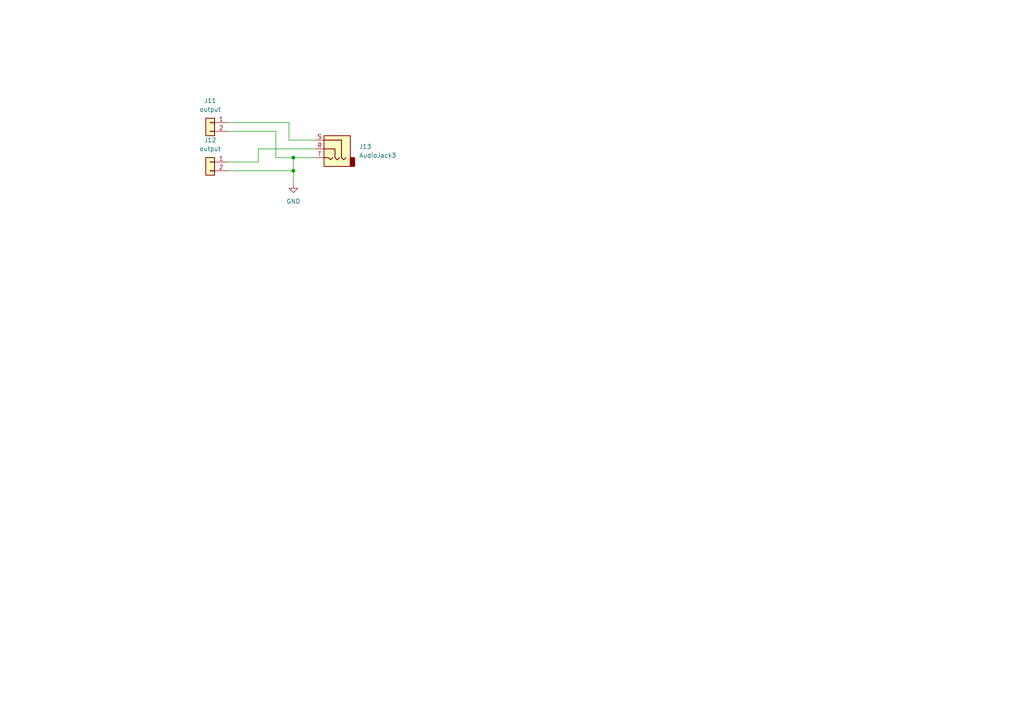
<source format=kicad_sch>
(kicad_sch (version 20211123) (generator eeschema)
  (paper "A4")
  (lib_symbols
    (symbol "Connector:AudioJack3"
      (property "Reference" "J" (at 0 8.89 0))
      (property "Value" "AudioJack3" (at 0 6.35 0))
      (symbol "AudioJack3_0_1"
        (rectangle (start -5.08 -5.08) (end -6.35 -2.54) (stroke (width 0.254)) (fill (type outline)))
        (polyline (pts (xy 0 -2.54) (xy 0.635 -3.175) (xy 1.27 -2.54) (xy 2.54 -2.54)) (stroke (width 0.254)))
        (polyline (pts (xy -1.905 -2.54) (xy -1.27 -3.175) (xy -0.635 -2.54) (xy -0.635 0) (xy 2.54 0)) (stroke (width 0.254)))
        (polyline (pts (xy 2.54 2.54) (xy -2.54 2.54) (xy -2.54 -2.54) (xy -3.175 -3.175) (xy -3.81 -2.54)) (stroke (width 0.254)))
        (rectangle (start 2.54 3.81) (end -5.08 -5.08) (stroke (width 0.254)) (fill (type background)))
      )
      (symbol "AudioJack3_1_1"
        (pin passive line (at 5.08 0 180) (length 2.54) (name "~") (number "R"))
        (pin passive line (at 5.08 2.54 180) (length 2.54) (name "~") (number "S"))
        (pin passive line (at 5.08 -2.54 180) (length 2.54) (name "~") (number "T"))
      )
    )
    (symbol "Connector_Generic:Conn_01x02" (pin_names (offset 1.016) hide)
      (property "Reference" "J" (at 0 2.54 0))
      (property "Value" "Conn_01x02" (at 0 -5.08 0))
      (symbol "Conn_01x02_1_1"
        (rectangle (start -1.27 -2.413) (end 0 -2.667) (stroke (width 0.1524)))
        (rectangle (start -1.27 0.127) (end 0 -0.127) (stroke (width 0.1524)))
        (rectangle (start -1.27 1.27) (end 1.27 -3.81) (stroke (width 0.254)) (fill (type background)))
        (pin passive line (at -5.08 0 0) (length 3.81) (name "Pin_1") (number "1"))
        (pin passive line (at -5.08 -2.54 0) (length 3.81) (name "Pin_2") (number "2"))
      )
    )
    (symbol "power:GND" (power) (pin_names (offset 0))
      (property "Value" "GND" (at 0 -3.81 0))
      (symbol "GND_0_1"
        (polyline (pts (xy 0 0) (xy 0 -1.27) (xy 1.27 -1.27) (xy 0 -2.54) (xy -1.27 -1.27) (xy 0 -1.27)))
      )
      (symbol "GND_1_1"
        (pin power_in line (at 0 0 270) (length 0) hide (name "GND") (number "1"))
      )
    )
  )
  (junction (at 85.09 49.53))
  (junction (at 85.09 45.72))
  (wire (pts (xy 74.93 43.18) (xy 91.44 43.18)))
  (wire (pts (xy 80.01 38.1) (xy 80.01 45.72)))
  (wire (pts (xy 74.93 46.99) (xy 74.93 43.18)))
  (wire (pts (xy 80.01 45.72) (xy 85.09 45.72)))
  (wire (pts (xy 91.44 45.72) (xy 85.09 45.72)))
  (wire (pts (xy 66.04 46.99) (xy 74.93 46.99)))
  (wire (pts (xy 83.82 35.56) (xy 66.04 35.56)))
  (wire (pts (xy 66.04 38.1) (xy 80.01 38.1)))
  (wire (pts (xy 85.09 49.53) (xy 85.09 53.34)))
  (wire (pts (xy 85.09 45.72) (xy 85.09 49.53)))
  (wire (pts (xy 83.82 40.64) (xy 83.82 35.56)))
  (wire (pts (xy 91.44 40.64) (xy 83.82 40.64)))
  (wire (pts (xy 66.04 49.53) (xy 85.09 49.53)))
  (symbol (lib_id "power:GND") (at 85.09 53.34 0) (unit 1)
    (property "Reference" "#PWR027" (effects hide))
    (property "Value" "GND" (at 85.09 58.42 0))
  )
  (symbol (lib_id "Connector:AudioJack3") (at 96.52 43.18 0) (mirror y) (unit 1)
    (property "Reference" "J13" (at 104.14 42.5449 0) (effects (justify right)))
    (property "Value" "AudioJack3" (at 104.14 45.0849 0) (effects (justify right)))
    (property "Footprint" "Connector_Audio:Jack_6.35mm_Neutrik_NMJ6HHD2_Horizontal" (effects hide))
  )
  (symbol (lib_id "Connector_Generic:Conn_01x02") (at 60.96 35.56 0) (mirror y) (unit 1)
    (property "Reference" "J11" (at 60.96 29.21 0))
    (property "Value" "output" (at 60.96 31.75 0))
    (property "Footprint" "spdf1626_lib:PinHeader_1x02_P2.54mm" (effects hide))
  )
  (symbol (lib_id "Connector_Generic:Conn_01x02") (at 60.96 46.99 0) (mirror y) (unit 1)
    (property "Reference" "J12" (at 60.96 40.64 0))
    (property "Value" "output" (at 60.96 43.18 0))
    (property "Footprint" "spdf1626_lib:PinHeader_1x02_P2.54mm" (effects hide))
  )
)
</source>
